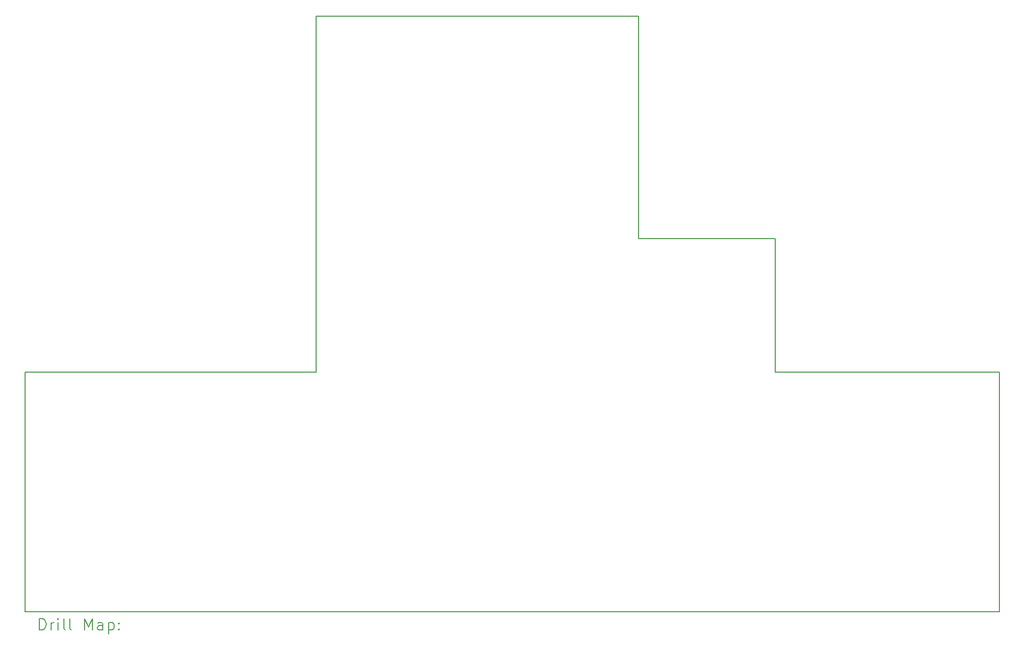
<source format=gbr>
%FSLAX45Y45*%
G04 Gerber Fmt 4.5, Leading zero omitted, Abs format (unit mm)*
G04 Created by KiCad (PCBNEW (6.0.6)) date 2023-08-29 14:41:22*
%MOMM*%
%LPD*%
G01*
G04 APERTURE LIST*
%TA.AperFunction,Profile*%
%ADD10C,0.200000*%
%TD*%
%ADD11C,0.200000*%
G04 APERTURE END LIST*
D10*
X12160000Y-5450000D02*
X12160000Y-1610000D01*
X12160000Y-1610000D02*
X6600000Y-1610000D01*
X14512000Y-7750000D02*
X14512000Y-5450000D01*
X14512000Y-5450000D02*
X12160000Y-5450000D01*
X6600000Y-7750000D02*
X6600000Y-1610000D01*
X18370000Y-11880000D02*
X1590000Y-11880000D01*
X18370000Y-11880000D02*
X18370000Y-7750000D01*
X18370000Y-7750000D02*
X14512000Y-7750000D01*
X1590000Y-11880000D02*
X1590000Y-7750000D01*
X6600000Y-7750000D02*
X1590000Y-7750000D01*
D11*
X1837619Y-12200476D02*
X1837619Y-12000476D01*
X1885238Y-12000476D01*
X1913809Y-12010000D01*
X1932857Y-12029048D01*
X1942381Y-12048095D01*
X1951905Y-12086190D01*
X1951905Y-12114762D01*
X1942381Y-12152857D01*
X1932857Y-12171905D01*
X1913809Y-12190952D01*
X1885238Y-12200476D01*
X1837619Y-12200476D01*
X2037619Y-12200476D02*
X2037619Y-12067143D01*
X2037619Y-12105238D02*
X2047143Y-12086190D01*
X2056667Y-12076667D01*
X2075714Y-12067143D01*
X2094762Y-12067143D01*
X2161429Y-12200476D02*
X2161429Y-12067143D01*
X2161429Y-12000476D02*
X2151905Y-12010000D01*
X2161429Y-12019524D01*
X2170952Y-12010000D01*
X2161429Y-12000476D01*
X2161429Y-12019524D01*
X2285238Y-12200476D02*
X2266190Y-12190952D01*
X2256667Y-12171905D01*
X2256667Y-12000476D01*
X2390000Y-12200476D02*
X2370952Y-12190952D01*
X2361429Y-12171905D01*
X2361429Y-12000476D01*
X2618571Y-12200476D02*
X2618571Y-12000476D01*
X2685238Y-12143333D01*
X2751905Y-12000476D01*
X2751905Y-12200476D01*
X2932857Y-12200476D02*
X2932857Y-12095714D01*
X2923333Y-12076667D01*
X2904286Y-12067143D01*
X2866190Y-12067143D01*
X2847143Y-12076667D01*
X2932857Y-12190952D02*
X2913809Y-12200476D01*
X2866190Y-12200476D01*
X2847143Y-12190952D01*
X2837619Y-12171905D01*
X2837619Y-12152857D01*
X2847143Y-12133809D01*
X2866190Y-12124286D01*
X2913809Y-12124286D01*
X2932857Y-12114762D01*
X3028095Y-12067143D02*
X3028095Y-12267143D01*
X3028095Y-12076667D02*
X3047143Y-12067143D01*
X3085238Y-12067143D01*
X3104286Y-12076667D01*
X3113809Y-12086190D01*
X3123333Y-12105238D01*
X3123333Y-12162381D01*
X3113809Y-12181428D01*
X3104286Y-12190952D01*
X3085238Y-12200476D01*
X3047143Y-12200476D01*
X3028095Y-12190952D01*
X3209048Y-12181428D02*
X3218571Y-12190952D01*
X3209048Y-12200476D01*
X3199524Y-12190952D01*
X3209048Y-12181428D01*
X3209048Y-12200476D01*
X3209048Y-12076667D02*
X3218571Y-12086190D01*
X3209048Y-12095714D01*
X3199524Y-12086190D01*
X3209048Y-12076667D01*
X3209048Y-12095714D01*
M02*

</source>
